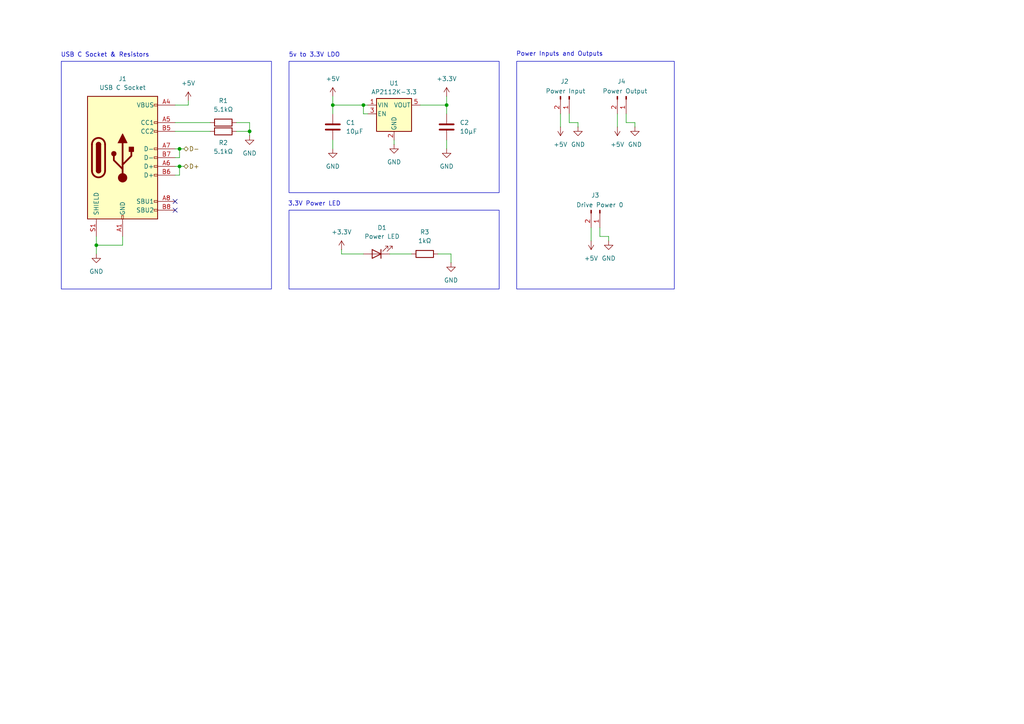
<source format=kicad_sch>
(kicad_sch (version 20250114) (generator "eeschema") (generator_version "9.0")
  (paper "A4")
  (lib_symbols
    (symbol "Connector:Conn_01x02_Pin" (pin_names (offset 1.016) (hide yes))
      (property "Reference" "J" (at 0 2.54 0))
      (property "Value" "Conn_01x02_Pin" (at 0 -5.08 0))
      (symbol "Conn_01x02_Pin_1_1"
        (rectangle (start 0.8636 0.127) (end 0 -0.127) (stroke (width 0.1524)) (fill (type outline)))
        (rectangle (start 0.8636 -2.413) (end 0 -2.667) (stroke (width 0.1524)) (fill (type outline)))
        (polyline (pts (xy 1.27 0) (xy 0.8636 0)) (stroke (width 0.1524)))
        (polyline (pts (xy 1.27 -2.54) (xy 0.8636 -2.54)) (stroke (width 0.1524)))
        (pin passive line (at 5.08 0 180) (length 3.81) (name "Pin_1") (number "1"))
        (pin passive line (at 5.08 -2.54 180) (length 3.81) (name "Pin_2") (number "2"))
      )
    )
    (symbol "Connector:USB_C_Receptacle_USB2.0_16P" (pin_names (offset 1.016))
      (property "Reference" "J" (at 0 22.225 0))
      (property "Value" "USB_C_Receptacle_USB2.0_16P" (at 0 19.685 0))
      (symbol "USB_C_Receptacle_USB2.0_16P_0_0"
        (rectangle (start -0.254 -17.78) (end 0.254 -16.764))
        (rectangle (start 10.16 15.494) (end 9.144 14.986))
        (rectangle (start 10.16 10.414) (end 9.144 9.906))
        (rectangle (start 10.16 7.874) (end 9.144 7.366))
        (rectangle (start 10.16 2.794) (end 9.144 2.286))
        (rectangle (start 10.16 0.254) (end 9.144 -0.254))
        (rectangle (start 10.16 -2.286) (end 9.144 -2.794))
        (rectangle (start 10.16 -4.826) (end 9.144 -5.334))
        (rectangle (start 10.16 -12.446) (end 9.144 -12.954))
        (rectangle (start 10.16 -14.986) (end 9.144 -15.494))
      )
      (symbol "USB_C_Receptacle_USB2.0_16P_0_1"
        (rectangle (start -10.16 17.78) (end 10.16 -17.78) (stroke (width 0.254)) (fill (type background)))
        (polyline (pts (xy -8.89 -3.81) (xy -8.89 3.81)) (stroke (width 0.508)))
        (rectangle (start -7.62 -3.81) (end -6.35 3.81) (stroke (width 0.254)) (fill (type outline)))
        (arc (start -7.62 3.81) (mid -6.985 4.4423) (end -6.35 3.81) (stroke (width 0.254)))
        (arc (start -7.62 3.81) (mid -6.985 4.4423) (end -6.35 3.81) (stroke (width 0.254)) (fill (type outline)))
        (arc (start -8.89 3.81) (mid -6.985 5.7067) (end -5.08 3.81) (stroke (width 0.508)))
        (arc (start -5.08 -3.81) (mid -6.985 -5.7067) (end -8.89 -3.81) (stroke (width 0.508)))
        (arc (start -6.35 -3.81) (mid -6.985 -4.4423) (end -7.62 -3.81) (stroke (width 0.254)))
        (arc (start -6.35 -3.81) (mid -6.985 -4.4423) (end -7.62 -3.81) (stroke (width 0.254)) (fill (type outline)))
        (polyline (pts (xy -5.08 3.81) (xy -5.08 -3.81)) (stroke (width 0.508)))
        (circle (center -2.54 1.143) (radius 0.635) (stroke (width 0.254)) (fill (type outline)))
        (polyline (pts (xy -1.27 4.318) (xy 0 6.858) (xy 1.27 4.318) (xy -1.27 4.318)) (stroke (width 0.254)) (fill (type outline)))
        (polyline (pts (xy 0 -2.032) (xy 2.54 0.508) (xy 2.54 1.778)) (stroke (width 0.508)))
        (polyline (pts (xy 0 -3.302) (xy -2.54 -0.762) (xy -2.54 0.508)) (stroke (width 0.508)))
        (polyline (pts (xy 0 -5.842) (xy 0 4.318)) (stroke (width 0.508)))
        (circle (center 0 -5.842) (radius 1.27) (fill (type outline)))
        (rectangle (start 1.905 1.778) (end 3.175 3.048) (stroke (width 0.254)) (fill (type outline)))
      )
      (symbol "USB_C_Receptacle_USB2.0_16P_1_1"
        (pin passive line (at -7.62 -22.86 90) (length 5.08) (name "SHIELD") (number "S1"))
        (pin passive line (at 0 -22.86 90) (length 5.08) (name "GND") (number "A1"))
        (pin passive line (at 0 -22.86 90) (length 5.08) (hide yes) (name "GND") (number "A12"))
        (pin passive line (at 0 -22.86 90) (length 5.08) (hide yes) (name "GND") (number "B1"))
        (pin passive line (at 0 -22.86 90) (length 5.08) (hide yes) (name "GND") (number "B12"))
        (pin passive line (at 15.24 15.24 180) (length 5.08) (name "VBUS") (number "A4"))
        (pin passive line (at 15.24 15.24 180) (length 5.08) (hide yes) (name "VBUS") (number "A9"))
        (pin passive line (at 15.24 15.24 180) (length 5.08) (hide yes) (name "VBUS") (number "B4"))
        (pin passive line (at 15.24 15.24 180) (length 5.08) (hide yes) (name "VBUS") (number "B9"))
        (pin bidirectional line (at 15.24 10.16 180) (length 5.08) (name "CC1") (number "A5"))
        (pin bidirectional line (at 15.24 7.62 180) (length 5.08) (name "CC2") (number "B5"))
        (pin bidirectional line (at 15.24 2.54 180) (length 5.08) (name "D-") (number "A7"))
        (pin bidirectional line (at 15.24 0 180) (length 5.08) (name "D-") (number "B7"))
        (pin bidirectional line (at 15.24 -2.54 180) (length 5.08) (name "D+") (number "A6"))
        (pin bidirectional line (at 15.24 -5.08 180) (length 5.08) (name "D+") (number "B6"))
        (pin bidirectional line (at 15.24 -12.7 180) (length 5.08) (name "SBU1") (number "A8"))
        (pin bidirectional line (at 15.24 -15.24 180) (length 5.08) (name "SBU2") (number "B8"))
      )
    )
    (symbol "Device:C" (pin_numbers (hide yes)) (pin_names (offset 0.254))
      (property "Reference" "C" (at 0.635 2.54 0))
      (property "Value" "C" (at 0.635 -2.54 0))
      (symbol "C_0_1"
        (polyline (pts (xy -2.032 0.762) (xy 2.032 0.762)) (stroke (width 0.508)))
        (polyline (pts (xy -2.032 -0.762) (xy 2.032 -0.762)) (stroke (width 0.508)))
      )
      (symbol "C_1_1"
        (pin passive line (at 0 3.81 270) (length 2.794) (name "~") (number "1"))
        (pin passive line (at 0 -3.81 90) (length 2.794) (name "~") (number "2"))
      )
    )
    (symbol "Device:LED" (pin_numbers (hide yes)) (pin_names (offset 1.016) (hide yes))
      (property "Reference" "D" (at 0 2.54 0))
      (property "Value" "LED" (at 0 -2.54 0))
      (symbol "LED_0_1"
        (polyline (pts (xy -3.048 -0.762) (xy -4.572 -2.286) (xy -3.81 -2.286) (xy -4.572 -2.286) (xy -4.572 -1.524)))
        (polyline (pts (xy -1.778 -0.762) (xy -3.302 -2.286) (xy -2.54 -2.286) (xy -3.302 -2.286) (xy -3.302 -1.524)))
        (polyline (pts (xy -1.27 0) (xy 1.27 0)))
        (polyline (pts (xy -1.27 -1.27) (xy -1.27 1.27)) (stroke (width 0.254)))
        (polyline (pts (xy 1.27 -1.27) (xy 1.27 1.27) (xy -1.27 0) (xy 1.27 -1.27)) (stroke (width 0.254)))
      )
      (symbol "LED_1_1"
        (pin passive line (at -3.81 0 0) (length 2.54) (name "K") (number "1"))
        (pin passive line (at 3.81 0 180) (length 2.54) (name "A") (number "2"))
      )
    )
    (symbol "Device:R" (pin_numbers (hide yes)) (pin_names (offset 0))
      (property "Reference" "R" (at 2.032 0 90))
      (property "Value" "R" (at 0 0 90))
      (symbol "R_0_1"
        (rectangle (start -1.016 -2.54) (end 1.016 2.54) (stroke (width 0.254)))
      )
      (symbol "R_1_1"
        (pin passive line (at 0 3.81 270) (length 1.27) (name "~") (number "1"))
        (pin passive line (at 0 -3.81 90) (length 1.27) (name "~") (number "2"))
      )
    )
    (symbol "Regulator_Linear:AP2112K-3.3" (pin_names (offset 0.254))
      (property "Reference" "U" (at -5.08 5.715 0))
      (property "Value" "AP2112K-3.3" (at 0 5.715 0))
      (symbol "AP2112K-3.3_0_1"
        (rectangle (start -5.08 4.445) (end 5.08 -5.08) (stroke (width 0.254)) (fill (type background)))
      )
      (symbol "AP2112K-3.3_1_1"
        (pin power_in line (at -7.62 2.54 0) (length 2.54) (name "VIN") (number "1"))
        (pin input line (at -7.62 0 0) (length 2.54) (name "EN") (number "3"))
        (pin power_in line (at 0 -7.62 90) (length 2.54) (name "GND") (number "2"))
        (pin no_connect line (at 5.08 0 180) (length 2.54) (hide yes) (name "NC") (number "4"))
        (pin power_out line (at 7.62 2.54 180) (length 2.54) (name "VOUT") (number "5"))
      )
    )
    (symbol "power:+3.3V" (power) (pin_numbers (hide yes)) (pin_names (offset 0) (hide yes))
      (property "Value" "+3.3V" (at 0 3.556 0))
      (symbol "+3.3V_0_1"
        (polyline (pts (xy -0.762 1.27) (xy 0 2.54)))
        (polyline (pts (xy 0 2.54) (xy 0.762 1.27)))
        (polyline (pts (xy 0 0) (xy 0 2.54)))
      )
      (symbol "+3.3V_1_1"
        (pin power_in line (at 0 0 90) (length 0) (name "~") (number "1"))
      )
    )
    (symbol "power:+5V" (power) (pin_numbers (hide yes)) (pin_names (offset 0) (hide yes))
      (property "Value" "+5V" (at 0 3.556 0))
      (symbol "+5V_0_1"
        (polyline (pts (xy -0.762 1.27) (xy 0 2.54)))
        (polyline (pts (xy 0 2.54) (xy 0.762 1.27)))
        (polyline (pts (xy 0 0) (xy 0 2.54)))
      )
      (symbol "+5V_1_1"
        (pin power_in line (at 0 0 90) (length 0) (name "~") (number "1"))
      )
    )
    (symbol "power:GND" (power) (pin_numbers (hide yes)) (pin_names (offset 0) (hide yes))
      (property "Value" "GND" (at 0 -3.81 0))
      (symbol "GND_0_1"
        (polyline (pts (xy 0 0) (xy 0 -1.27) (xy 1.27 -1.27) (xy 0 -2.54) (xy -1.27 -1.27) (xy 0 -1.27)))
      )
      (symbol "GND_1_1"
        (pin power_in line (at 0 0 270) (length 0) (name "~") (number "1"))
      )
    )
  )
  (rectangle (start 17.78 17.78) (end 78.74 83.82))
  (rectangle (start 149.86 17.78) (end 195.58 83.82))
  (rectangle (start 83.82 17.78) (end 144.78 55.88))
  (rectangle (start 83.82 60.96) (end 144.78 83.82))
  (text "Power Inputs and Outputs" (at 162.306 15.748 0) (effects (font (size 1.27 1.27))))
  (text "5v to 3.3V LDO" (at 91.186 16.002 0) (effects (font (size 1.27 1.27))))
  (text "USB C Socket & Resistors" (at 30.48 16.002 0) (effects (font (size 1.27 1.27))))
  (text "3.3V Power LED" (at 91.186 59.182 0) (effects (font (size 1.27 1.27))))
  (junction (at 129.54 30.48))
  (junction (at 27.94 71.12))
  (junction (at 96.52 30.48))
  (junction (at 72.39 38.1))
  (junction (at 105.41 30.48))
  (junction (at 52.07 48.26))
  (junction (at 52.07 43.18))
  (no_connect (at 50.8 58.42))
  (no_connect (at 50.8 60.96))
  (wire (pts (xy 68.58 35.56) (xy 72.39 35.56)))
  (wire (pts (xy 35.56 71.12) (xy 27.94 71.12)))
  (wire (pts (xy 106.68 30.48) (xy 105.41 30.48)))
  (wire (pts (xy 72.39 35.56) (xy 72.39 38.1)))
  (wire (pts (xy 106.68 33.02) (xy 105.41 33.02)))
  (wire (pts (xy 68.58 38.1) (xy 72.39 38.1)))
  (wire (pts (xy 50.8 50.8) (xy 52.07 50.8)))
  (wire (pts (xy 176.53 68.58) (xy 176.53 69.85)))
  (wire (pts (xy 127 73.66) (xy 130.81 73.66)))
  (wire (pts (xy 171.45 66.04) (xy 171.45 69.85)))
  (wire (pts (xy 27.94 68.58) (xy 27.94 71.12)))
  (wire (pts (xy 50.8 30.48) (xy 54.61 30.48)))
  (wire (pts (xy 162.56 33.02) (xy 162.56 36.83)))
  (wire (pts (xy 72.39 38.1) (xy 72.39 39.37)))
  (wire (pts (xy 181.61 35.56) (xy 181.61 33.02)))
  (wire (pts (xy 105.41 33.02) (xy 105.41 30.48)))
  (wire (pts (xy 50.8 45.72) (xy 52.07 45.72)))
  (wire (pts (xy 52.07 50.8) (xy 52.07 48.26)))
  (wire (pts (xy 52.07 43.18) (xy 53.34 43.18)))
  (wire (pts (xy 167.64 35.56) (xy 167.64 36.83)))
  (wire (pts (xy 165.1 35.56) (xy 165.1 33.02)))
  (wire (pts (xy 129.54 40.64) (xy 129.54 43.18)))
  (wire (pts (xy 52.07 45.72) (xy 52.07 43.18)))
  (wire (pts (xy 184.15 35.56) (xy 184.15 36.83)))
  (wire (pts (xy 114.3 40.64) (xy 114.3 41.91)))
  (wire (pts (xy 99.06 73.66) (xy 105.41 73.66)))
  (wire (pts (xy 54.61 30.48) (xy 54.61 29.21)))
  (wire (pts (xy 167.64 35.56) (xy 165.1 35.56)))
  (wire (pts (xy 173.99 68.58) (xy 173.99 66.04)))
  (wire (pts (xy 121.92 30.48) (xy 129.54 30.48)))
  (wire (pts (xy 50.8 35.56) (xy 60.96 35.56)))
  (wire (pts (xy 99.06 72.39) (xy 99.06 73.66)))
  (wire (pts (xy 130.81 73.66) (xy 130.81 76.2)))
  (wire (pts (xy 50.8 43.18) (xy 52.07 43.18)))
  (wire (pts (xy 184.15 35.56) (xy 181.61 35.56)))
  (wire (pts (xy 96.52 40.64) (xy 96.52 43.18)))
  (wire (pts (xy 52.07 48.26) (xy 53.34 48.26)))
  (wire (pts (xy 50.8 48.26) (xy 52.07 48.26)))
  (wire (pts (xy 105.41 30.48) (xy 96.52 30.48)))
  (wire (pts (xy 176.53 68.58) (xy 173.99 68.58)))
  (wire (pts (xy 50.8 38.1) (xy 60.96 38.1)))
  (wire (pts (xy 35.56 68.58) (xy 35.56 71.12)))
  (wire (pts (xy 129.54 27.94) (xy 129.54 30.48)))
  (wire (pts (xy 96.52 30.48) (xy 96.52 27.94)))
  (wire (pts (xy 129.54 30.48) (xy 129.54 33.02)))
  (wire (pts (xy 113.03 73.66) (xy 119.38 73.66)))
  (wire (pts (xy 179.07 33.02) (xy 179.07 36.83)))
  (wire (pts (xy 27.94 71.12) (xy 27.94 73.66)))
  (wire (pts (xy 96.52 30.48) (xy 96.52 33.02)))
  (hierarchical_label "D+" (shape bidirectional) (at 53.34 48.26 0))
  (hierarchical_label "D-" (shape bidirectional) (at 53.34 43.18 0))
  (symbol (lib_id "Device:C") (at 96.52 36.83 0) (unit 1)
    (property "Reference" "C1" (at 100.33 35.5599 0) (effects (justify left)))
    (property "Value" "10µF" (at 100.33 38.0999 0) (effects (justify left)))
    (property "Footprint" "Capacitor_SMD:C_0402_1005Metric" (effects (hide yes)))
    (property "Description" "Unpolarized capacitor" (effects (hide yes)))
  )
  (symbol (lib_id "Device:R") (at 64.77 35.56 90) (unit 1)
    (property "Reference" "R1" (at 64.77 29.21 90))
    (property "Value" "5.1kΩ" (at 64.77 31.75 90))
    (property "Footprint" "Resistor_SMD:R_0402_1005Metric" (effects (hide yes)))
    (property "Description" "Resistor" (effects (hide yes)))
    (property "LCSC" "C490833" (effects (hide yes)))
  )
  (symbol (lib_id "power:+5V") (at 171.45 69.85 180) (unit 1)
    (property "Reference" "#PWR013" (effects (hide yes)))
    (property "Value" "+5V" (at 171.45 74.93 0))
    (property "Description" "Power symbol creates a global label with name \"+5V\"" (effects (hide yes)))
  )
  (symbol (lib_id "power:GND") (at 114.3 41.91 0) (unit 1)
    (property "Reference" "#PWR07" (effects (hide yes)))
    (property "Value" "GND" (at 114.3 46.99 0))
    (property "Description" "Power symbol creates a global label with name \"GND\" , ground" (effects (hide yes)))
  )
  (symbol (lib_id "power:GND") (at 167.64 36.83 0) (unit 1)
    (property "Reference" "#PWR012" (effects (hide yes)))
    (property "Value" "GND" (at 167.64 41.91 0))
    (property "Description" "Power symbol creates a global label with name \"GND\" , ground" (effects (hide yes)))
  )
  (symbol (lib_id "power:+5V") (at 179.07 36.83 180) (unit 1)
    (property "Reference" "#PWR015" (effects (hide yes)))
    (property "Value" "+5V" (at 179.07 41.91 0))
    (property "Description" "Power symbol creates a global label with name \"+5V\"" (effects (hide yes)))
  )
  (symbol (lib_id "power:+3.3V") (at 99.06 72.39 0) (unit 1)
    (property "Reference" "#PWR06" (effects (hide yes)))
    (property "Value" "+3.3V" (at 99.06 67.31 0))
    (property "Description" "Power symbol creates a global label with name \"+3.3V\"" (effects (hide yes)))
  )
  (symbol (lib_id "Connector:USB_C_Receptacle_USB2.0_16P") (at 35.56 45.72 0) (unit 1)
    (property "Reference" "J1" (at 35.56 22.86 0))
    (property "Value" "USB C Socket" (at 35.56 25.4 0))
    (property "Footprint" "Connector_USB:USB_C_Receptacle_GCT_USB4105-xx-A_16P_TopMnt_Horizontal" (effects (hide yes)))
    (property "Datasheet" "https://www.usb.org/sites/default/files/documents/usb_type-c.zip" (effects (hide yes)))
    (property "Description" "USB 2.0-only 16P Type-C Receptacle connector" (effects (hide yes)))
  )
  (symbol (lib_id "Regulator_Linear:AP2112K-3.3") (at 114.3 33.02 0) (unit 1)
    (property "Reference" "U1" (at 114.3 24.13 0))
    (property "Value" "AP2112K-3.3" (at 114.3 26.67 0))
    (property "Footprint" "Package_TO_SOT_SMD:SOT-23-5" (effects (hide yes)))
    (property "Datasheet" "https://www.diodes.com/assets/Datasheets/AP2112.pdf" (effects (hide yes)))
    (property "Description" "600mA low dropout linear regulator, with enable pin, 3.8V-6V input voltage range, 3.3V fixed positive output, SOT-23-5" (effects (hide yes)))
  )
  (symbol (lib_id "power:GND") (at 27.94 73.66 0) (unit 1)
    (property "Reference" "#PWR01" (effects (hide yes)))
    (property "Value" "GND" (at 27.94 78.74 0))
    (property "Description" "Power symbol creates a global label with name \"GND\" , ground" (effects (hide yes)))
  )
  (symbol (lib_id "power:GND") (at 129.54 43.18 0) (unit 1)
    (property "Reference" "#PWR09" (effects (hide yes)))
    (property "Value" "GND" (at 129.54 48.26 0))
    (property "Description" "Power symbol creates a global label with name \"GND\" , ground" (effects (hide yes)))
  )
  (symbol (lib_id "Connector:Conn_01x02_Pin") (at 165.1 27.94 270) (unit 1)
    (property "Reference" "J2" (at 162.56 23.622 90) (effects (justify left)))
    (property "Value" "Power Input" (at 158.242 26.416 90) (effects (justify left)))
    (property "Footprint" "Connector_PinHeader_2.54mm:PinHeader_1x02_P2.54mm_Vertical" (effects (hide yes)))
    (property "Description" "Generic connector, single row, 01x02, script generated" (effects (hide yes)))
  )
  (symbol (lib_id "power:GND") (at 130.81 76.2 0) (unit 1)
    (property "Reference" "#PWR010" (effects (hide yes)))
    (property "Value" "GND" (at 130.81 81.28 0))
    (property "Description" "Power symbol creates a global label with name \"GND\" , ground" (effects (hide yes)))
  )
  (symbol (lib_id "power:+3.3V") (at 129.54 27.94 0) (unit 1)
    (property "Reference" "#PWR08" (effects (hide yes)))
    (property "Value" "+3.3V" (at 129.54 22.86 0))
    (property "Description" "Power symbol creates a global label with name \"+3.3V\"" (effects (hide yes)))
  )
  (symbol (lib_id "power:GND") (at 72.39 39.37 0) (unit 1)
    (property "Reference" "#PWR03" (effects (hide yes)))
    (property "Value" "GND" (at 72.39 44.45 0))
    (property "Description" "Power symbol creates a global label with name \"GND\" , ground" (effects (hide yes)))
  )
  (symbol (lib_id "power:+5V") (at 162.56 36.83 180) (unit 1)
    (property "Reference" "#PWR011" (effects (hide yes)))
    (property "Value" "+5V" (at 162.56 41.91 0))
    (property "Description" "Power symbol creates a global label with name \"+5V\"" (effects (hide yes)))
  )
  (symbol (lib_id "Device:R") (at 123.19 73.66 90) (unit 1)
    (property "Reference" "R3" (at 123.19 67.31 90))
    (property "Value" "1kΩ" (at 123.19 69.85 90))
    (property "Footprint" "Resistor_SMD:R_0402_1005Metric" (effects (hide yes)))
    (property "Description" "Resistor" (effects (hide yes)))
  )
  (symbol (lib_id "power:GND") (at 176.53 69.85 0) (unit 1)
    (property "Reference" "#PWR014" (effects (hide yes)))
    (property "Value" "GND" (at 176.53 74.93 0))
    (property "Description" "Power symbol creates a global label with name \"GND\" , ground" (effects (hide yes)))
  )
  (symbol (lib_id "Device:LED") (at 109.22 73.66 180) (unit 1)
    (property "Reference" "D1" (at 110.8075 66.04 0))
    (property "Value" "Power LED" (at 110.8075 68.58 0))
    (property "Footprint" "LED_SMD:LED_0603_1608Metric" (effects (hide yes)))
    (property "Description" "Light emitting diode" (effects (hide yes)))
  )
  (symbol (lib_id "power:GND") (at 96.52 43.18 0) (unit 1)
    (property "Reference" "#PWR05" (effects (hide yes)))
    (property "Value" "GND" (at 96.52 48.26 0))
    (property "Description" "Power symbol creates a global label with name \"GND\" , ground" (effects (hide yes)))
  )
  (symbol (lib_id "Device:C") (at 129.54 36.83 0) (unit 1)
    (property "Reference" "C2" (at 133.35 35.5599 0) (effects (justify left)))
    (property "Value" "10µF" (at 133.35 38.0999 0) (effects (justify left)))
    (property "Footprint" "Capacitor_SMD:C_0402_1005Metric" (effects (hide yes)))
    (property "Description" "Unpolarized capacitor" (effects (hide yes)))
  )
  (symbol (lib_id "Connector:Conn_01x02_Pin") (at 181.61 27.94 270) (unit 1)
    (property "Reference" "J4" (at 179.07 23.622 90) (effects (justify left)))
    (property "Value" "Power Output" (at 174.752 26.416 90) (effects (justify left)))
    (property "Footprint" "Connector_PinHeader_2.54mm:PinHeader_1x02_P2.54mm_Vertical" (effects (hide yes)))
    (property "Description" "Generic connector, single row, 01x02, script generated" (effects (hide yes)))
  )
  (symbol (lib_id "power:+5V") (at 96.52 27.94 0) (unit 1)
    (property "Reference" "#PWR04" (effects (hide yes)))
    (property "Value" "+5V" (at 96.52 22.86 0))
    (property "Description" "Power symbol creates a global label with name \"+5V\"" (effects (hide yes)))
  )
  (symbol (lib_id "power:+5V") (at 54.61 29.21 0) (unit 1)
    (property "Reference" "#PWR02" (effects (hide yes)))
    (property "Value" "+5V" (at 54.61 24.13 0))
    (property "Description" "Power symbol creates a global label with name \"+5V\"" (effects (hide yes)))
  )
  (symbol (lib_id "Device:R") (at 64.77 38.1 90) (unit 1)
    (property "Reference" "R2" (at 64.77 41.402 90))
    (property "Value" "5.1kΩ" (at 64.77 43.942 90))
    (property "Footprint" "Resistor_SMD:R_0402_1005Metric" (effects (hide yes)))
    (property "Description" "Resistor" (effects (hide yes)))
    (property "LCSC" "C490833" (effects (hide yes)))
  )
  (symbol (lib_id "Connector:Conn_01x02_Pin") (at 173.99 60.96 270) (unit 1)
    (property "Reference" "J3" (at 171.45 56.642 90) (effects (justify left)))
    (property "Value" "Drive Power 0" (at 167.132 59.436 90) (effects (justify left)))
    (property "Footprint" "Connector_PinHeader_2.54mm:PinHeader_1x02_P2.54mm_Vertical" (effects (hide yes)))
    (property "Description" "Generic connector, single row, 01x02, script generated" (effects (hide yes)))
  )
  (symbol (lib_id "power:GND") (at 184.15 36.83 0) (unit 1)
    (property "Reference" "#PWR016" (effects (hide yes)))
    (property "Value" "GND" (at 184.15 41.91 0))
    (property "Description" "Power symbol creates a global label with name \"GND\" , ground" (effects (hide yes)))
  )
)
</source>
